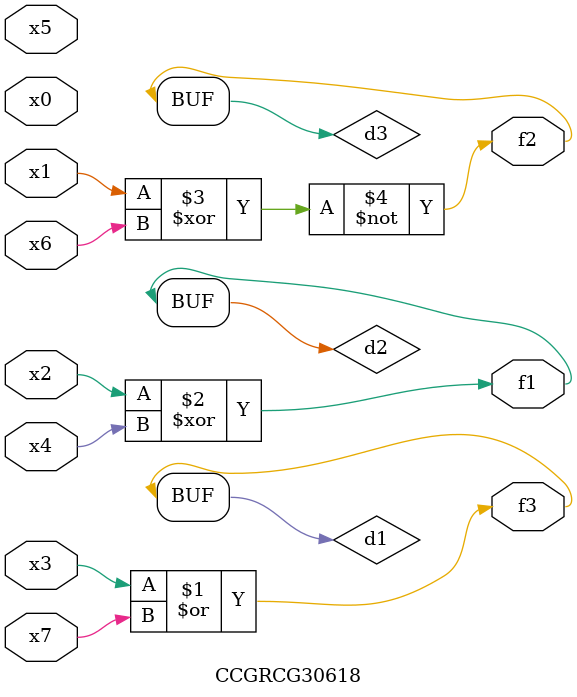
<source format=v>
module CCGRCG30618(
	input x0, x1, x2, x3, x4, x5, x6, x7,
	output f1, f2, f3
);

	wire d1, d2, d3;

	or (d1, x3, x7);
	xor (d2, x2, x4);
	xnor (d3, x1, x6);
	assign f1 = d2;
	assign f2 = d3;
	assign f3 = d1;
endmodule

</source>
